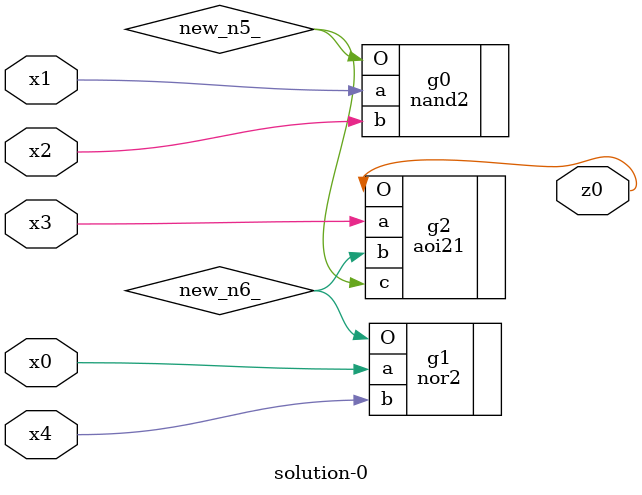
<source format=v>
module \solution-0 (
  x0, x1, x2, x3, x4,
  z0 );
  input x0, x1, x2, x3, x4;
  output z0;
  wire new_n5_, new_n6_;
  nand2  g0(.a(x1), .b(x2), .O(new_n5_));
  nor2  g1(.a(x0), .b(x4), .O(new_n6_));
  aoi21  g2(.a(x3), .b(new_n6_), .c(new_n5_), .O(z0));
endmodule

</source>
